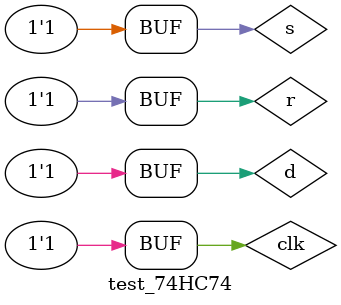
<source format=v>
`timescale 1ns/100ps
module test_74HC74;
    reg s,r,clk,d;
    wire q,qn;
W_74HC74 u1(s,r,clk,d,q,qn);
task clock;
    repeat(10)
        begin
            d=0;#3;d=1;#3;
        end
endtask
always
    begin
        clk=0;#2;clk=1;#2;
    end
initial
    begin   
        s=0;r=1;clock;
        #5 s=1;r=0;clock;
        #5 s=0;r=0;clock;
        #5 s=1;r=1;clock;
    end
endmodule

</source>
